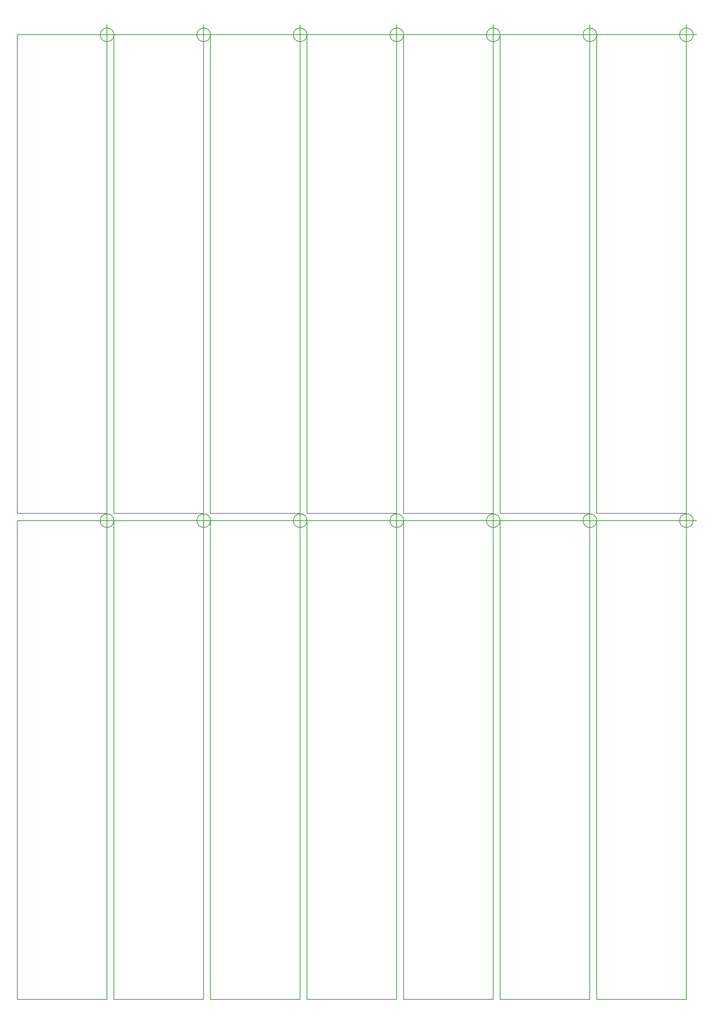
<source format=gm1>
G04 #@! TF.FileFunction,Profile,NP*
%FSLAX46Y46*%
G04 Gerber Fmt 4.6, Leading zero omitted, Abs format (unit mm)*
G04 Created by KiCad (PCBNEW 4.0.1-stable) date 2/13/2017 3:52:04 PM*
%MOMM*%
G01*
G04 APERTURE LIST*
%ADD10C,0.100000*%
%ADD11C,0.150000*%
G04 APERTURE END LIST*
D10*
D11*
X123333600Y-133982600D02*
X145279200Y-133982600D01*
X145279200Y-133982600D02*
X145279200Y-250975000D01*
X145279200Y-250975000D02*
X123333600Y-250975000D01*
X123333600Y-250975000D02*
X123333600Y-133982600D01*
X146954666Y-133985000D02*
G75*
G03X146954666Y-133985000I-1666666J0D01*
G01*
X142788000Y-133985000D02*
X147788000Y-133985000D01*
X145288000Y-131485000D02*
X145288000Y-136485000D01*
X146954666Y-15240000D02*
G75*
G03X146954666Y-15240000I-1666666J0D01*
G01*
X142788000Y-15240000D02*
X147788000Y-15240000D01*
X145288000Y-12740000D02*
X145288000Y-17740000D01*
X123333600Y-132230000D02*
X123333600Y-15237600D01*
X145279200Y-132230000D02*
X123333600Y-132230000D01*
X145279200Y-15237600D02*
X145279200Y-132230000D01*
X123333600Y-15237600D02*
X145279200Y-15237600D01*
X170577600Y-15237600D02*
X192523200Y-15237600D01*
X192523200Y-15237600D02*
X192523200Y-132230000D01*
X192523200Y-132230000D02*
X170577600Y-132230000D01*
X170577600Y-132230000D02*
X170577600Y-15237600D01*
X194198666Y-15240000D02*
G75*
G03X194198666Y-15240000I-1666666J0D01*
G01*
X190032000Y-15240000D02*
X195032000Y-15240000D01*
X192532000Y-12740000D02*
X192532000Y-17740000D01*
X194198666Y-133985000D02*
G75*
G03X194198666Y-133985000I-1666666J0D01*
G01*
X190032000Y-133985000D02*
X195032000Y-133985000D01*
X192532000Y-131485000D02*
X192532000Y-136485000D01*
X170577600Y-250975000D02*
X170577600Y-133982600D01*
X192523200Y-250975000D02*
X170577600Y-250975000D01*
X192523200Y-133982600D02*
X192523200Y-250975000D01*
X170577600Y-133982600D02*
X192523200Y-133982600D01*
X146955600Y-133982600D02*
X168901200Y-133982600D01*
X168901200Y-133982600D02*
X168901200Y-250975000D01*
X168901200Y-250975000D02*
X146955600Y-250975000D01*
X146955600Y-250975000D02*
X146955600Y-133982600D01*
X170576666Y-133985000D02*
G75*
G03X170576666Y-133985000I-1666666J0D01*
G01*
X166410000Y-133985000D02*
X171410000Y-133985000D01*
X168910000Y-131485000D02*
X168910000Y-136485000D01*
X170576666Y-15240000D02*
G75*
G03X170576666Y-15240000I-1666666J0D01*
G01*
X166410000Y-15240000D02*
X171410000Y-15240000D01*
X168910000Y-12740000D02*
X168910000Y-17740000D01*
X146955600Y-132230000D02*
X146955600Y-15237600D01*
X168901200Y-132230000D02*
X146955600Y-132230000D01*
X168901200Y-15237600D02*
X168901200Y-132230000D01*
X146955600Y-15237600D02*
X168901200Y-15237600D01*
X76089600Y-15237600D02*
X98035200Y-15237600D01*
X98035200Y-15237600D02*
X98035200Y-132230000D01*
X98035200Y-132230000D02*
X76089600Y-132230000D01*
X76089600Y-132230000D02*
X76089600Y-15237600D01*
X99710666Y-15240000D02*
G75*
G03X99710666Y-15240000I-1666666J0D01*
G01*
X95544000Y-15240000D02*
X100544000Y-15240000D01*
X98044000Y-12740000D02*
X98044000Y-17740000D01*
X99710666Y-133985000D02*
G75*
G03X99710666Y-133985000I-1666666J0D01*
G01*
X95544000Y-133985000D02*
X100544000Y-133985000D01*
X98044000Y-131485000D02*
X98044000Y-136485000D01*
X76089600Y-250975000D02*
X76089600Y-133982600D01*
X98035200Y-250975000D02*
X76089600Y-250975000D01*
X98035200Y-133982600D02*
X98035200Y-250975000D01*
X76089600Y-133982600D02*
X98035200Y-133982600D01*
X99711600Y-133982600D02*
X121657200Y-133982600D01*
X121657200Y-133982600D02*
X121657200Y-250975000D01*
X121657200Y-250975000D02*
X99711600Y-250975000D01*
X99711600Y-250975000D02*
X99711600Y-133982600D01*
X123332666Y-133985000D02*
G75*
G03X123332666Y-133985000I-1666666J0D01*
G01*
X119166000Y-133985000D02*
X124166000Y-133985000D01*
X121666000Y-131485000D02*
X121666000Y-136485000D01*
X123332666Y-15240000D02*
G75*
G03X123332666Y-15240000I-1666666J0D01*
G01*
X119166000Y-15240000D02*
X124166000Y-15240000D01*
X121666000Y-12740000D02*
X121666000Y-17740000D01*
X99711600Y-132230000D02*
X99711600Y-15237600D01*
X121657200Y-132230000D02*
X99711600Y-132230000D01*
X121657200Y-15237600D02*
X121657200Y-132230000D01*
X99711600Y-15237600D02*
X121657200Y-15237600D01*
X52467600Y-15237600D02*
X74413200Y-15237600D01*
X74413200Y-15237600D02*
X74413200Y-132230000D01*
X74413200Y-132230000D02*
X52467600Y-132230000D01*
X52467600Y-132230000D02*
X52467600Y-15237600D01*
X76088666Y-15240000D02*
G75*
G03X76088666Y-15240000I-1666666J0D01*
G01*
X71922000Y-15240000D02*
X76922000Y-15240000D01*
X74422000Y-12740000D02*
X74422000Y-17740000D01*
X76088666Y-133985000D02*
G75*
G03X76088666Y-133985000I-1666666J0D01*
G01*
X71922000Y-133985000D02*
X76922000Y-133985000D01*
X74422000Y-131485000D02*
X74422000Y-136485000D01*
X52467600Y-250975000D02*
X52467600Y-133982600D01*
X74413200Y-250975000D02*
X52467600Y-250975000D01*
X74413200Y-133982600D02*
X74413200Y-250975000D01*
X52467600Y-133982600D02*
X74413200Y-133982600D01*
X28845600Y-133982600D02*
X50791200Y-133982600D01*
X50791200Y-133982600D02*
X50791200Y-250975000D01*
X50791200Y-250975000D02*
X28845600Y-250975000D01*
X28845600Y-250975000D02*
X28845600Y-133982600D01*
X52466666Y-133985000D02*
G75*
G03X52466666Y-133985000I-1666666J0D01*
G01*
X48300000Y-133985000D02*
X53300000Y-133985000D01*
X50800000Y-131485000D02*
X50800000Y-136485000D01*
X52466666Y-15240000D02*
G75*
G03X52466666Y-15240000I-1666666J0D01*
G01*
X48300000Y-15240000D02*
X53300000Y-15240000D01*
X50800000Y-12740000D02*
X50800000Y-17740000D01*
X28845600Y-132230000D02*
X28845600Y-15237600D01*
X50791200Y-132230000D02*
X28845600Y-132230000D01*
X50791200Y-15237600D02*
X50791200Y-132230000D01*
X28845600Y-15237600D02*
X50791200Y-15237600D01*
M02*

</source>
